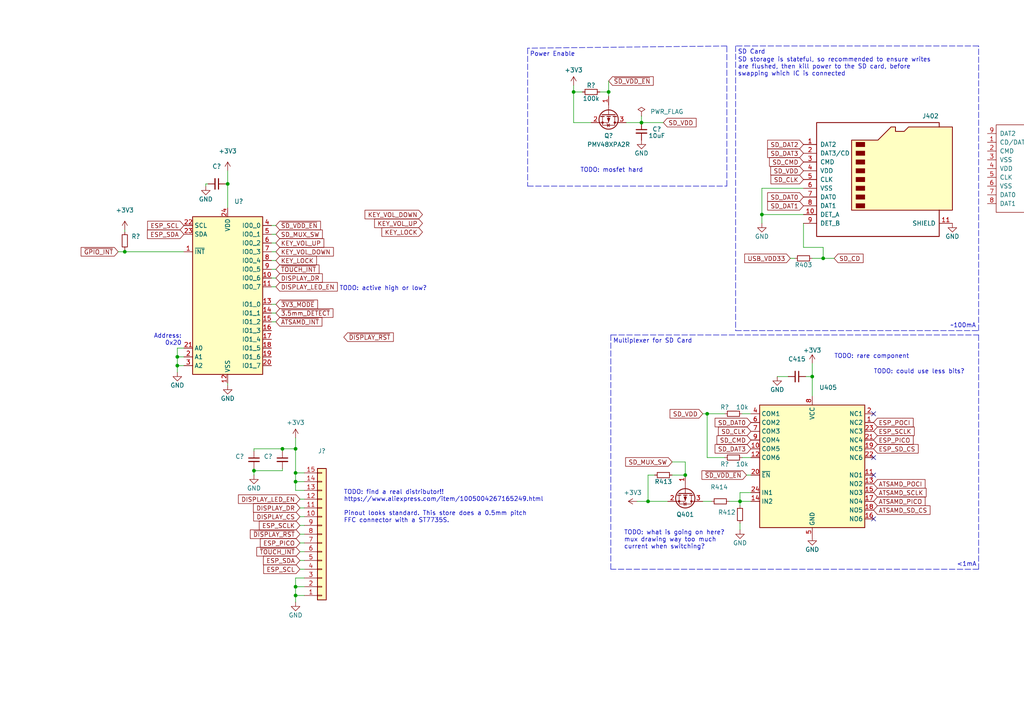
<source format=kicad_sch>
(kicad_sch (version 20211123) (generator eeschema)
  (paper "A4")
  (title_block (title "gay ipod storage + usb interface") (date "2022-09-04") (rev "1"))
  (lib_symbols
    (symbol "Analog_Switch:TS3A27518EPW"
      (property "Reference" "U" (at -13.97 19.05 0))
      (property "Value" "TS3A27518EPW" (at 8.89 19.05 0))
      (symbol "TS3A27518EPW_0_1"
        (rectangle (start 15.24 -17.78) (end -15.24 17.78) (stroke (width 0.254)) (fill (type background)))
      )
      (symbol "TS3A27518EPW_1_1"
        (pin bidirectional line (at 17.78 12.7 180) (length 2.54) (name "NC2") (number "1"))
        (pin bidirectional line (at -17.78 5.08 0) (length 2.54) (name "COM5") (number "10"))
        (pin bidirectional line (at 17.78 -2.54 180) (length 2.54) (name "NO1") (number "11"))
        (pin bidirectional line (at -17.78 2.54 0) (length 2.54) (name "COM6") (number "12"))
        (pin bidirectional line (at 17.78 -5.08 180) (length 2.54) (name "NO2") (number "13"))
        (pin input line (at -17.78 -10.16 0) (length 2.54) (name "IN2") (number "14"))
        (pin bidirectional line (at 17.78 -7.62 180) (length 2.54) (name "NO3") (number "15"))
        (pin bidirectional line (at 17.78 -15.24 180) (length 2.54) (name "NO6") (number "16"))
        (pin bidirectional line (at 17.78 -10.16 180) (length 2.54) (name "NO4") (number "17"))
        (pin bidirectional line (at 17.78 -12.7 180) (length 2.54) (name "NO5") (number "18"))
        (pin bidirectional line (at 17.78 5.08 180) (length 2.54) (name "NC5") (number "19"))
        (pin bidirectional line (at 17.78 15.24 180) (length 2.54) (name "NC1") (number "2"))
        (pin input line (at -17.78 -2.54 0) (length 2.54) (name "~{EN}") (number "20"))
        (pin bidirectional line (at 17.78 7.62 180) (length 2.54) (name "NC4") (number "21"))
        (pin bidirectional line (at 17.78 2.54 180) (length 2.54) (name "NC6") (number "22"))
        (pin bidirectional line (at 17.78 10.16 180) (length 2.54) (name "NC3") (number "23"))
        (pin input line (at -17.78 -7.62 0) (length 2.54) (name "IN1") (number "24"))
        (pin no_connect line (at -15.24 -15.24 0) (length 2.54) hide (name "N.C.") (number "3"))
        (pin bidirectional line (at -17.78 15.24 0) (length 2.54) (name "COM1") (number "4"))
        (pin power_in line (at 0 -20.32 90) (length 2.54) (name "GND") (number "5"))
        (pin bidirectional line (at -17.78 12.7 0) (length 2.54) (name "COM2") (number "6"))
        (pin bidirectional line (at -17.78 10.16 0) (length 2.54) (name "COM3") (number "7"))
        (pin power_in line (at 0 20.32 270) (length 2.54) (name "VCC") (number "8"))
        (pin bidirectional line (at -17.78 7.62 0) (length 2.54) (name "COM4") (number "9"))
      )
    )
    (symbol "Connector:Micro_SD_Card_Det_Hirose_DM3AT" (pin_names (offset 1.016))
      (property "Reference" "J" (at -16.51 17.78 0))
      (property "Value" "Micro_SD_Card_Det_Hirose_DM3AT" (at 16.51 17.78 0))
      (symbol "Micro_SD_Card_Det_Hirose_DM3AT_0_1"
        (rectangle (start -7.62 -6.985) (end -5.08 -8.255) (fill (type outline)))
        (rectangle (start -7.62 -4.445) (end -5.08 -5.715) (fill (type outline)))
        (rectangle (start -7.62 -1.905) (end -5.08 -3.175) (fill (type outline)))
        (rectangle (start -7.62 0.635) (end -5.08 -0.635) (fill (type outline)))
        (rectangle (start -7.62 3.175) (end -5.08 1.905) (fill (type outline)))
        (rectangle (start -7.62 5.715) (end -5.08 4.445) (fill (type outline)))
        (rectangle (start -7.62 8.255) (end -5.08 6.985) (fill (type outline)))
        (rectangle (start -7.62 10.795) (end -5.08 9.525) (fill (type outline)))
        (polyline (pts (xy 16.51 15.24) (xy 16.51 16.51) (xy -19.05 16.51) (xy -19.05 -16.51) (xy 16.51 -16.51) (xy 16.51 -8.89)) (stroke (width 0.254)))
        (polyline (pts (xy -8.89 -8.89) (xy -8.89 11.43) (xy -1.27 11.43) (xy 2.54 15.24) (xy 3.81 15.24) (xy 3.81 13.97) (xy 6.35 13.97) (xy 7.62 15.24) (xy 20.32 15.24) (xy 20.32 -8.89) (xy -8.89 -8.89)) (stroke (width 0.254)) (fill (type background)))
      )
      (symbol "Micro_SD_Card_Det_Hirose_DM3AT_1_1"
        (pin bidirectional line (at -22.86 10.16 0) (length 3.81) (name "DAT2") (number "1"))
        (pin passive line (at -22.86 -10.16 0) (length 3.81) (name "DET_A") (number "10"))
        (pin passive line (at 20.32 -12.7 180) (length 3.81) (name "SHIELD") (number "11"))
        (pin bidirectional line (at -22.86 7.62 0) (length 3.81) (name "DAT3/CD") (number "2"))
        (pin input line (at -22.86 5.08 0) (length 3.81) (name "CMD") (number "3"))
        (pin power_in line (at -22.86 2.54 0) (length 3.81) (name "VDD") (number "4"))
        (pin input line (at -22.86 0 0) (length 3.81) (name "CLK") (number "5"))
        (pin power_in line (at -22.86 -2.54 0) (length 3.81) (name "VSS") (number "6"))
        (pin bidirectional line (at -22.86 -5.08 0) (length 3.81) (name "DAT0") (number "7"))
        (pin bidirectional line (at -22.86 -7.62 0) (length 3.81) (name "DAT1") (number "8"))
        (pin passive line (at -22.86 -12.7 0) (length 3.81) (name "DET_B") (number "9"))
      )
    )
    (symbol "Connector:SD_Card" (pin_names (offset 1.016))
      (property "Reference" "J" (at -16.51 13.97 0))
      (property "Value" "SD_Card" (at 15.24 -13.97 0))
      (symbol "SD_Card_0_1"
        (rectangle (start -8.89 -9.525) (end -6.35 -10.795) (fill (type outline)))
        (rectangle (start -8.89 -6.985) (end -6.35 -8.255) (fill (type outline)))
        (rectangle (start -8.89 -4.445) (end -6.35 -5.715) (fill (type outline)))
        (rectangle (start -8.89 -1.905) (end -6.35 -3.175) (fill (type outline)))
        (rectangle (start -8.89 0.635) (end -6.35 -0.635) (fill (type outline)))
        (rectangle (start -8.89 3.175) (end -6.35 1.905) (fill (type outline)))
        (rectangle (start -8.89 5.715) (end -6.35 4.445) (fill (type outline)))
        (rectangle (start -8.89 8.255) (end -6.35 6.985) (fill (type outline)))
        (rectangle (start -7.62 10.795) (end -5.08 9.525) (fill (type outline)))
        (polyline (pts (xy -10.16 8.89) (xy -7.62 11.43) (xy 20.32 11.43) (xy 20.32 -11.43) (xy -10.16 -11.43) (xy -10.16 8.89)) (fill (type background)))
        (polyline (pts (xy 16.51 11.43) (xy 16.51 12.7) (xy -20.32 12.7) (xy -20.32 -12.7) (xy 16.51 -12.7) (xy 16.51 -11.43)))
      )
      (symbol "SD_Card_1_1"
        (pin input line (at -22.86 7.62 0) (length 2.54) (name "CD/DAT3") (number "1"))
        (pin input line (at 22.86 5.08 180) (length 2.54) (name "CARD_DETECT") (number "10"))
        (pin input line (at 22.86 2.54 180) (length 2.54) (name "WRITE_PROTECT") (number "11"))
        (pin input line (at 22.86 -2.54 180) (length 2.54) (name "SHELL1") (number "12"))
        (pin input line (at 22.86 -5.08 180) (length 2.54) (name "SHELL2") (number "13"))
        (pin input line (at -22.86 5.08 0) (length 2.54) (name "CMD") (number "2"))
        (pin power_in line (at -22.86 2.54 0) (length 2.54) (name "VSS") (number "3"))
        (pin power_in line (at -22.86 0 0) (length 2.54) (name "VDD") (number "4"))
        (pin input line (at -22.86 -2.54 0) (length 2.54) (name "CLK") (number "5"))
        (pin power_in line (at -22.86 -5.08 0) (length 2.54) (name "VSS") (number "6"))
        (pin input line (at -22.86 -7.62 0) (length 2.54) (name "DAT0") (number "7"))
        (pin input line (at -22.86 -10.16 0) (length 2.54) (name "DAT1") (number "8"))
        (pin input line (at -22.86 10.16 0) (length 2.54) (name "DAT2") (number "9"))
      )
    )
    (symbol "Connector_Generic:Conn_01x15" (pin_names (offset 1.016) hide)
      (property "Reference" "J" (at 0 20.32 0))
      (property "Value" "Conn_01x15" (at 0 -20.32 0))
      (symbol "Conn_01x15_1_1"
        (rectangle (start -1.27 -17.653) (end 0 -17.907) (stroke (width 0.1524)))
        (rectangle (start -1.27 -15.113) (end 0 -15.367) (stroke (width 0.1524)))
        (rectangle (start -1.27 -12.573) (end 0 -12.827) (stroke (width 0.1524)))
        (rectangle (start -1.27 -10.033) (end 0 -10.287) (stroke (width 0.1524)))
        (rectangle (start -1.27 -7.493) (end 0 -7.747) (stroke (width 0.1524)))
        (rectangle (start -1.27 -4.953) (end 0 -5.207) (stroke (width 0.1524)))
        (rectangle (start -1.27 -2.413) (end 0 -2.667) (stroke (width 0.1524)))
        (rectangle (start -1.27 0.127) (end 0 -0.127) (stroke (width 0.1524)))
        (rectangle (start -1.27 2.667) (end 0 2.413) (stroke (width 0.1524)))
        (rectangle (start -1.27 5.207) (end 0 4.953) (stroke (width 0.1524)))
        (rectangle (start -1.27 7.747) (end 0 7.493) (stroke (width 0.1524)))
        (rectangle (start -1.27 10.287) (end 0 10.033) (stroke (width 0.1524)))
        (rectangle (start -1.27 12.827) (end 0 12.573) (stroke (width 0.1524)))
        (rectangle (start -1.27 15.367) (end 0 15.113) (stroke (width 0.1524)))
        (rectangle (start -1.27 17.907) (end 0 17.653) (stroke (width 0.1524)))
        (rectangle (start -1.27 19.05) (end 1.27 -19.05) (stroke (width 0.254)) (fill (type background)))
        (pin passive line (at -5.08 17.78 0) (length 3.81) (name "Pin_1") (number "1"))
        (pin passive line (at -5.08 -5.08 0) (length 3.81) (name "Pin_10") (number "10"))
        (pin passive line (at -5.08 -7.62 0) (length 3.81) (name "Pin_11") (number "11"))
        (pin passive line (at -5.08 -10.16 0) (length 3.81) (name "Pin_12") (number "12"))
        (pin passive line (at -5.08 -12.7 0) (length 3.81) (name "Pin_13") (number "13"))
        (pin passive line (at -5.08 -15.24 0) (length 3.81) (name "Pin_14") (number "14"))
        (pin passive line (at -5.08 -17.78 0) (length 3.81) (name "Pin_15") (number "15"))
        (pin passive line (at -5.08 15.24 0) (length 3.81) (name "Pin_2") (number "2"))
        (pin passive line (at -5.08 12.7 0) (length 3.81) (name "Pin_3") (number "3"))
        (pin passive line (at -5.08 10.16 0) (length 3.81) (name "Pin_4") (number "4"))
        (pin passive line (at -5.08 7.62 0) (length 3.81) (name "Pin_5") (number "5"))
        (pin passive line (at -5.08 5.08 0) (length 3.81) (name "Pin_6") (number "6"))
        (pin passive line (at -5.08 2.54 0) (length 3.81) (name "Pin_7") (number "7"))
        (pin passive line (at -5.08 0 0) (length 3.81) (name "Pin_8") (number "8"))
        (pin passive line (at -5.08 -2.54 0) (length 3.81) (name "Pin_9") (number "9"))
      )
    )
    (symbol "Device:C_Small" (pin_numbers hide) (pin_names (offset 0.254) hide)
      (property "Reference" "C" (at 0.254 1.778 0))
      (property "Value" "C_Small" (at 0.254 -2.032 0))
      (symbol "C_Small_0_1"
        (polyline (pts (xy -1.524 -0.508) (xy 1.524 -0.508)) (stroke (width 0.3302)))
        (polyline (pts (xy -1.524 0.508) (xy 1.524 0.508)) (stroke (width 0.3048)))
      )
      (symbol "C_Small_1_1"
        (pin passive line (at 0 2.54 270) (length 2.032) (name "~") (number "1"))
        (pin passive line (at 0 -2.54 90) (length 2.032) (name "~") (number "2"))
      )
    )
    (symbol "Device:Q_PMOS_GSD" (pin_names (offset 0) hide)
      (property "Reference" "Q" (at 5.08 1.27 0))
      (property "Value" "Q_PMOS_GSD" (at 5.08 -1.27 0))
      (symbol "Q_PMOS_GSD_0_1"
        (polyline (pts (xy 0.254 0) (xy -2.54 0)))
        (polyline (pts (xy 0.254 1.905) (xy 0.254 -1.905)) (stroke (width 0.254)))
        (polyline (pts (xy 0.762 -1.27) (xy 0.762 -2.286)) (stroke (width 0.254)))
        (polyline (pts (xy 0.762 0.508) (xy 0.762 -0.508)) (stroke (width 0.254)))
        (polyline (pts (xy 0.762 2.286) (xy 0.762 1.27)) (stroke (width 0.254)))
        (polyline (pts (xy 2.54 2.54) (xy 2.54 1.778)))
        (polyline (pts (xy 2.54 -2.54) (xy 2.54 0) (xy 0.762 0)))
        (polyline (pts (xy 0.762 1.778) (xy 3.302 1.778) (xy 3.302 -1.778) (xy 0.762 -1.778)))
        (polyline (pts (xy 2.286 0) (xy 1.27 0.381) (xy 1.27 -0.381) (xy 2.286 0)) (fill (type outline)))
        (polyline (pts (xy 2.794 -0.508) (xy 2.921 -0.381) (xy 3.683 -0.381) (xy 3.81 -0.254)))
        (polyline (pts (xy 3.302 -0.381) (xy 2.921 0.254) (xy 3.683 0.254) (xy 3.302 -0.381)))
        (circle (center 1.651 0) (radius 2.794) (stroke (width 0.254)))
        (circle (center 2.54 -1.778) (radius 0.254) (fill (type outline)))
        (circle (center 2.54 1.778) (radius 0.254) (fill (type outline)))
      )
      (symbol "Q_PMOS_GSD_1_1"
        (pin input line (at -5.08 0 0) (length 2.54) (name "G") (number "1"))
        (pin passive line (at 2.54 -5.08 90) (length 2.54) (name "S") (number "2"))
        (pin passive line (at 2.54 5.08 270) (length 2.54) (name "D") (number "3"))
      )
    )
    (symbol "Device:R_Small" (pin_numbers hide) (pin_names (offset 0.254) hide)
      (property "Reference" "R" (at 0.762 0.508 0))
      (property "Value" "R_Small" (at 0.762 -1.016 0))
      (symbol "R_Small_0_1"
        (rectangle (start -0.762 1.778) (end 0.762 -1.778) (stroke (width 0.2032)))
      )
      (symbol "R_Small_1_1"
        (pin passive line (at 0 2.54 270) (length 0.762) (name "~") (number "1"))
        (pin passive line (at 0 -2.54 90) (length 0.762) (name "~") (number "2"))
      )
    )
    (symbol "Interface_Expansion:PCA9555D"
      (property "Reference" "U" (at -8.89 24.13 0))
      (property "Value" "PCA9555D" (at 6.35 24.13 0))
      (symbol "PCA9555D_0_1"
        (rectangle (start -10.16 22.86) (end 10.16 -22.86) (stroke (width 0.254)) (fill (type background)))
      )
      (symbol "PCA9555D_1_1"
        (pin open_collector line (at -12.7 12.7 0) (length 2.54) (name "~{INT}") (number "1"))
        (pin bidirectional line (at 12.7 5.08 180) (length 2.54) (name "IO0_6") (number "10"))
        (pin bidirectional line (at 12.7 2.54 180) (length 2.54) (name "IO0_7") (number "11"))
        (pin power_in line (at 0 -25.4 90) (length 2.54) (name "VSS") (number "12"))
        (pin bidirectional line (at 12.7 -2.54 180) (length 2.54) (name "IO1_0") (number "13"))
        (pin bidirectional line (at 12.7 -5.08 180) (length 2.54) (name "IO1_1") (number "14"))
        (pin bidirectional line (at 12.7 -7.62 180) (length 2.54) (name "IO1_2") (number "15"))
        (pin bidirectional line (at 12.7 -10.16 180) (length 2.54) (name "IO1_3") (number "16"))
        (pin bidirectional line (at 12.7 -12.7 180) (length 2.54) (name "IO1_4") (number "17"))
        (pin bidirectional line (at 12.7 -15.24 180) (length 2.54) (name "IO1_5") (number "18"))
        (pin bidirectional line (at 12.7 -17.78 180) (length 2.54) (name "IO1_6") (number "19"))
        (pin input line (at -12.7 -17.78 0) (length 2.54) (name "A1") (number "2"))
        (pin bidirectional line (at 12.7 -20.32 180) (length 2.54) (name "IO1_7") (number "20"))
        (pin input line (at -12.7 -15.24 0) (length 2.54) (name "A0") (number "21"))
        (pin input line (at -12.7 20.32 0) (length 2.54) (name "SCL") (number "22"))
        (pin bidirectional line (at -12.7 17.78 0) (length 2.54) (name "SDA") (number "23"))
        (pin power_in line (at 0 25.4 270) (length 2.54) (name "VDD") (number "24"))
        (pin input line (at -12.7 -20.32 0) (length 2.54) (name "A2") (number "3"))
        (pin bidirectional line (at 12.7 20.32 180) (length 2.54) (name "IO0_0") (number "4"))
        (pin bidirectional line (at 12.7 17.78 180) (length 2.54) (name "IO0_1") (number "5"))
        (pin bidirectional line (at 12.7 15.24 180) (length 2.54) (name "IO0_2") (number "6"))
        (pin bidirectional line (at 12.7 12.7 180) (length 2.54) (name "IO0_3") (number "7"))
        (pin bidirectional line (at 12.7 10.16 180) (length 2.54) (name "IO0_4") (number "8"))
        (pin bidirectional line (at 12.7 7.62 180) (length 2.54) (name "IO0_5") (number "9"))
      )
    )
    (symbol "power:+3V3" (power) (pin_names (offset 0))
      (property "Value" "+3V3" (at 0 3.556 0))
      (symbol "+3V3_0_1"
        (polyline (pts (xy -0.762 1.27) (xy 0 2.54)))
        (polyline (pts (xy 0 0) (xy 0 2.54)))
        (polyline (pts (xy 0 2.54) (xy 0.762 1.27)))
      )
      (symbol "+3V3_1_1"
        (pin power_in line (at 0 0 90) (length 0) hide (name "+3V3") (number "1"))
      )
    )
    (symbol "power:GND" (power) (pin_names (offset 0))
      (property "Value" "GND" (at 0 -3.81 0))
      (symbol "GND_0_1"
        (polyline (pts (xy 0 0) (xy 0 -1.27) (xy 1.27 -1.27) (xy 0 -2.54) (xy -1.27 -1.27) (xy 0 -1.27)))
      )
      (symbol "GND_1_1"
        (pin power_in line (at 0 0 270) (length 0) hide (name "GND") (number "1"))
      )
    )
    (symbol "power:PWR_FLAG" (power) (pin_numbers hide) (pin_names (offset 0) hide)
      (property "Value" "PWR_FLAG" (at 0 3.81 0))
      (symbol "PWR_FLAG_0_0"
        (pin power_out line (at 0 0 90) (length 0) (name "pwr") (number "1"))
      )
      (symbol "PWR_FLAG_0_1"
        (polyline (pts (xy 0 0) (xy 0 1.27) (xy -1.016 1.905) (xy 0 2.54) (xy 1.016 1.905) (xy 0 1.27)))
      )
    )
  )
  (junction (at 187.96 145.415))
  (junction (at 51.435 106.045))
  (junction (at 36.195 73.025))
  (junction (at 85.725 139.7))
  (junction (at 214.63 145.415))
  (junction (at 198.755 137.795))
  (junction (at 81.915 130.175))
  (junction (at 235.585 109.22))
  (junction (at 85.725 170.18))
  (junction (at 220.98 62.23))
  (junction (at 85.725 172.72))
  (junction (at 85.725 137.16))
  (junction (at 166.37 26.67))
  (junction (at 66.04 53.34))
  (junction (at 51.435 103.505))
  (junction (at 186.055 35.56))
  (junction (at 205.105 120.015))
  (junction (at 176.53 26.67))
  (junction (at 73.66 136.525))
  (junction (at 85.725 130.175))
  (junction (at 238.76 74.93))
  (no_connect (at 253.365 150.495))
  (no_connect (at 253.365 132.715))
  (no_connect (at 253.365 137.795))
  (no_connect (at 253.365 120.015))
  (wire (pts (xy 51.435 103.505) (xy 51.435 106.045)))
  (wire (pts (xy 51.435 106.045) (xy 51.435 107.95)))
  (wire (pts (xy 86.995 149.86) (xy 88.265 149.86)))
  (wire (pts (xy 80.01 78.105) (xy 78.74 78.105)))
  (wire (pts (xy 229.235 74.93) (xy 230.505 74.93)))
  (wire (pts (xy 73.66 130.175) (xy 81.915 130.175)))
  (wire (pts (xy 238.76 71.755) (xy 238.76 74.93)))
  (wire (pts (xy 210.185 132.715) (xy 205.105 132.715)))
  (wire (pts (xy 233.68 109.22) (xy 235.585 109.22)))
  (wire (pts (xy 216.535 137.795) (xy 217.805 137.795)))
  (wire (pts (xy 85.725 172.72) (xy 88.265 172.72)))
  (wire (pts (xy 187.96 145.415) (xy 193.675 145.415)))
  (wire (pts (xy 225.425 109.22) (xy 228.6 109.22)))
  (wire (pts (xy 66.04 49.53) (xy 66.04 53.34)))
  (wire (pts (xy 176.53 23.495) (xy 176.53 26.67)))
  (wire (pts (xy 215.265 120.015) (xy 217.805 120.015)))
  (wire (pts (xy 36.195 73.025) (xy 53.34 73.025)))
  (wire (pts (xy 186.055 35.56) (xy 192.405 35.56)))
  (wire (pts (xy 86.995 147.32) (xy 88.265 147.32)))
  (polyline (pts (xy 177.165 165.1) (xy 177.165 97.155)))
  (wire (pts (xy 194.945 133.985) (xy 198.755 133.985)))
  (wire (pts (xy 66.04 111.76) (xy 66.04 111.125)))
  (wire (pts (xy 203.835 145.415) (xy 206.375 145.415)))
  (wire (pts (xy 235.585 105.41) (xy 235.585 109.22)))
  (wire (pts (xy 233.045 71.755) (xy 238.76 71.755)))
  (wire (pts (xy 215.265 132.715) (xy 217.805 132.715)))
  (wire (pts (xy 86.995 157.48) (xy 88.265 157.48)))
  (wire (pts (xy 181.61 35.56) (xy 186.055 35.56)))
  (wire (pts (xy 173.99 26.67) (xy 176.53 26.67)))
  (wire (pts (xy 220.98 62.23) (xy 220.98 64.77)))
  (wire (pts (xy 81.915 130.175) (xy 81.915 130.81)))
  (wire (pts (xy 85.725 174.625) (xy 85.725 172.72)))
  (wire (pts (xy 86.995 152.4) (xy 88.265 152.4)))
  (wire (pts (xy 85.725 170.18) (xy 85.725 172.72)))
  (wire (pts (xy 81.915 136.525) (xy 73.66 136.525)))
  (polyline (pts (xy 210.82 13.335) (xy 153.035 13.97)))
  (wire (pts (xy 198.755 133.985) (xy 198.755 137.795)))
  (wire (pts (xy 233.045 64.77) (xy 233.045 71.755)))
  (wire (pts (xy 80.01 80.645) (xy 78.74 80.645)))
  (wire (pts (xy 53.34 103.505) (xy 51.435 103.505)))
  (wire (pts (xy 53.34 100.965) (xy 51.435 100.965)))
  (wire (pts (xy 65.405 53.34) (xy 66.04 53.34)))
  (wire (pts (xy 81.915 135.89) (xy 81.915 136.525)))
  (wire (pts (xy 86.995 154.94) (xy 88.265 154.94)))
  (wire (pts (xy 80.01 67.945) (xy 78.74 67.945)))
  (wire (pts (xy 187.96 137.795) (xy 189.865 137.795)))
  (wire (pts (xy 194.945 137.795) (xy 198.755 137.795)))
  (wire (pts (xy 233.045 54.61) (xy 220.98 54.61)))
  (wire (pts (xy 73.66 137.795) (xy 73.66 136.525)))
  (wire (pts (xy 60.325 53.34) (xy 59.69 53.34)))
  (wire (pts (xy 166.37 35.56) (xy 171.45 35.56)))
  (wire (pts (xy 80.01 83.185) (xy 78.74 83.185)))
  (wire (pts (xy 80.01 90.805) (xy 78.74 90.805)))
  (wire (pts (xy 85.725 137.16) (xy 88.265 137.16)))
  (wire (pts (xy 86.995 160.02) (xy 88.265 160.02)))
  (wire (pts (xy 205.105 132.715) (xy 205.105 120.015)))
  (wire (pts (xy 86.995 165.1) (xy 88.265 165.1)))
  (wire (pts (xy 36.195 66.675) (xy 36.195 67.31)))
  (wire (pts (xy 187.96 145.415) (xy 187.96 137.795)))
  (wire (pts (xy 166.37 24.765) (xy 166.37 26.67)))
  (wire (pts (xy 80.01 73.025) (xy 78.74 73.025)))
  (wire (pts (xy 73.66 130.81) (xy 73.66 130.175)))
  (wire (pts (xy 203.835 120.015) (xy 205.105 120.015)))
  (wire (pts (xy 59.69 53.34) (xy 59.69 53.975)))
  (polyline (pts (xy 213.36 13.335) (xy 213.36 95.885)))
  (wire (pts (xy 214.63 145.415) (xy 217.805 145.415)))
  (polyline (pts (xy 283.845 97.155) (xy 283.845 165.1)))
  (wire (pts (xy 36.195 72.39) (xy 36.195 73.025)))
  (wire (pts (xy 214.63 151.765) (xy 214.63 153.67)))
  (wire (pts (xy 34.29 73.025) (xy 36.195 73.025)))
  (wire (pts (xy 214.63 142.875) (xy 217.805 142.875)))
  (wire (pts (xy 184.785 145.415) (xy 187.96 145.415)))
  (wire (pts (xy 235.585 109.22) (xy 235.585 114.935)))
  (polyline (pts (xy 153.035 13.97) (xy 153.035 53.975)))
  (wire (pts (xy 220.98 62.23) (xy 233.045 62.23)))
  (wire (pts (xy 85.725 142.24) (xy 85.725 139.7)))
  (wire (pts (xy 73.66 136.525) (xy 73.66 135.89)))
  (polyline (pts (xy 153.035 53.975) (xy 210.82 53.975)))
  (wire (pts (xy 88.265 139.7) (xy 85.725 139.7)))
  (wire (pts (xy 186.055 33.655) (xy 186.055 35.56)))
  (wire (pts (xy 86.995 162.56) (xy 88.265 162.56)))
  (polyline (pts (xy 210.82 53.975) (xy 210.82 13.335)))
  (wire (pts (xy 66.04 53.34) (xy 66.04 60.325)))
  (wire (pts (xy 176.53 26.67) (xy 176.53 27.94)))
  (polyline (pts (xy 283.845 13.335) (xy 213.36 13.335)))
  (wire (pts (xy 86.995 144.78) (xy 88.265 144.78)))
  (wire (pts (xy 85.725 130.175) (xy 81.915 130.175)))
  (wire (pts (xy 220.98 54.61) (xy 220.98 62.23)))
  (wire (pts (xy 211.455 145.415) (xy 214.63 145.415)))
  (wire (pts (xy 85.725 127) (xy 85.725 130.175)))
  (wire (pts (xy 88.265 142.24) (xy 85.725 142.24)))
  (wire (pts (xy 85.725 167.64) (xy 85.725 170.18)))
  (wire (pts (xy 166.37 26.67) (xy 166.37 35.56)))
  (polyline (pts (xy 213.36 95.885) (xy 283.845 95.885)))
  (polyline (pts (xy 283.845 95.885) (xy 283.845 13.335)))
  (wire (pts (xy 214.63 142.875) (xy 214.63 145.415)))
  (polyline (pts (xy 283.845 165.1) (xy 177.165 165.1)))
  (wire (pts (xy 85.725 139.7) (xy 85.725 137.16)))
  (wire (pts (xy 53.34 106.045) (xy 51.435 106.045)))
  (wire (pts (xy 80.01 70.485) (xy 78.74 70.485)))
  (wire (pts (xy 166.37 26.67) (xy 168.91 26.67)))
  (wire (pts (xy 51.435 100.965) (xy 51.435 103.505)))
  (wire (pts (xy 80.01 88.265) (xy 78.74 88.265)))
  (wire (pts (xy 85.725 130.175) (xy 85.725 137.16)))
  (polyline (pts (xy 177.165 97.155) (xy 283.845 97.155)))
  (wire (pts (xy 80.01 93.345) (xy 78.74 93.345)))
  (wire (pts (xy 238.76 74.93) (xy 241.935 74.93)))
  (wire (pts (xy 80.01 75.565) (xy 78.74 75.565)))
  (wire (pts (xy 88.265 170.18) (xy 85.725 170.18)))
  (wire (pts (xy 88.265 167.64) (xy 85.725 167.64)))
  (wire (pts (xy 235.585 74.93) (xy 238.76 74.93)))
  (wire (pts (xy 80.01 65.405) (xy 78.74 65.405)))
  (wire (pts (xy 205.105 120.015) (xy 210.185 120.015)))
  (wire (pts (xy 214.63 145.415) (xy 214.63 146.685)))
  (text "<1mA" (at 277.495 164.465 0) (effects (font (size 1.27 1.27)) (justify left bottom)))
  (text "TODO: mosfet hard" (at 168.275 50.165 0) (effects (font (size 1.27 1.27)) (justify left bottom)))
  (text "~100mA" (at 275.59 95.25 0) (effects (font (size 1.27 1.27)) (justify left bottom)))
  (text "Multiplexer for SD Card" (at 177.8 99.695 0) (effects (font (size 1.27 1.27)) (justify left bottom)))
  (text "TODO: rare component" (at 241.935 104.14 0) (effects (font (size 1.27 1.27)) (justify left bottom)))
  (text "SD storage is stateful, so recommended to ensure writes\nare flushed, then kill power to the SD card, before\nswapping which IC is connected" (at 213.995 22.225 0) (effects (font (size 1.27 1.27)) (justify left bottom)))
  (text "TODO: find a real distributor!!\nhttps://www.aliexpress.com/item/1005004267165249.html\n\nPinout looks standard. This store does a 0.5mm pitch\nFFC connector with a ST7735S." (at 99.695 151.765 0) (effects (font (size 1.27 1.27)) (justify left bottom)))
  (text "SD Card" (at 213.995 15.875 0) (effects (font (size 1.27 1.27)) (justify left bottom)))
  (text "TODO: active high or low?" (at 98.425 84.455 0) (effects (font (size 1.27 1.27)) (justify left bottom)))
  (text "TODO: could use less bits?" (at 253.365 108.585 0) (effects (font (size 1.27 1.27)) (justify left bottom)))
  (text "TODO: what is going on here?\nmux drawing way too much\ncurrent when switching?" (at 180.975 159.385 0) (effects (font (size 1.27 1.27)) (justify left bottom)))
  (text "Power Enable" (at 153.67 16.51 0) (effects (font (size 1.27 1.27)) (justify left bottom)))
  (text "Address:\n0x20" (at 52.705 100.33 180) (effects (font (size 1.27 1.27)) (justify right bottom)))
  (global_label "SD_DAT0" (shape input) (at 217.805 122.555 180) (property "Intersheet References" "${INTERSHEET_REFS}" (effects hide)))
  (global_label "ESP_POCI" (shape input) (at 253.365 122.555 0) (property "Intersheet References" "${INTERSHEET_REFS}" (effects hide)))
  (global_label "ATSAMD_POCI" (shape input) (at 253.365 140.335 0) (property "Intersheet References" "${INTERSHEET_REFS}" (effects hide)))
  (global_label "DISPLAY_LED_EN" (shape input) (at 86.995 144.78 180) (property "Intersheet References" "${INTERSHEET_REFS}" (effects hide)))
  (global_label "~{ATSAMD_INT}" (shape input) (at 80.01 93.345 0) (property "Intersheet References" "${INTERSHEET_REFS}" (effects hide)))
  (global_label "ATSAMD_SD_CS" (shape input) (at 253.365 147.955 0) (property "Intersheet References" "${INTERSHEET_REFS}" (effects hide)))
  (global_label "ESP_SD_CS" (shape input) (at 253.365 130.175 0) (property "Intersheet References" "${INTERSHEET_REFS}" (effects hide)))
  (global_label "KEY_LOCK" (shape input) (at 122.555 67.31 180) (property "Intersheet References" "${INTERSHEET_REFS}" (effects hide)))
  (global_label "~{3.5mm_DETECT}" (shape input) (at 80.01 90.805 0) (property "Intersheet References" "${INTERSHEET_REFS}" (effects hide)))
  (global_label "SD_VDD" (shape input) (at 192.405 35.56 0) (property "Intersheet References" "${INTERSHEET_REFS}" (effects hide)))
  (global_label "DISPLAY_CS" (shape input) (at 86.995 149.86 180) (property "Intersheet References" "${INTERSHEET_REFS}" (effects hide)))
  (global_label "~{TOUCH_INT}" (shape input) (at 80.01 78.105 0) (property "Intersheet References" "${INTERSHEET_REFS}" (effects hide)))
  (global_label "ESP_PICO" (shape input) (at 86.995 157.48 180) (property "Intersheet References" "${INTERSHEET_REFS}" (effects hide)))
  (global_label "KEY_LOCK" (shape input) (at 80.01 75.565 0) (property "Intersheet References" "${INTERSHEET_REFS}" (effects hide)))
  (global_label "ESP_SDA" (shape input) (at 86.995 162.56 180) (property "Intersheet References" "${INTERSHEET_REFS}" (effects hide)))
  (global_label "SD_CMD" (shape input) (at 217.805 127.635 180) (property "Intersheet References" "${INTERSHEET_REFS}" (effects hide)))
  (global_label "SD_VDD" (shape input) (at 203.835 120.015 180) (property "Intersheet References" "${INTERSHEET_REFS}" (effects hide)))
  (global_label "SD_DAT2" (shape input) (at 233.045 41.91 180) (property "Intersheet References" "${INTERSHEET_REFS}" (effects hide)))
  (global_label "ATSAMD_PICO" (shape input) (at 253.365 145.415 0) (property "Intersheet References" "${INTERSHEET_REFS}" (effects hide)))
  (global_label "SD_DAT3" (shape input) (at 233.045 44.45 180) (property "Intersheet References" "${INTERSHEET_REFS}" (effects hide)))
  (global_label "~{DISPLAY_RST}" (shape input) (at 99.695 97.79 0) (property "Intersheet References" "${INTERSHEET_REFS}" (effects hide)))
  (global_label "SD_VDD" (shape input) (at 233.045 49.53 180) (property "Intersheet References" "${INTERSHEET_REFS}" (effects hide)))
  (global_label "ESP_SCL" (shape input) (at 86.995 165.1 180) (property "Intersheet References" "${INTERSHEET_REFS}" (effects hide)))
  (global_label "SD_DAT0" (shape input) (at 233.045 57.15 180) (property "Intersheet References" "${INTERSHEET_REFS}" (effects hide)))
  (global_label "ATSAMD_SCLK" (shape input) (at 253.365 142.875 0) (property "Intersheet References" "${INTERSHEET_REFS}" (effects hide)))
  (global_label "SD_DAT3" (shape input) (at 217.805 130.175 180) (property "Intersheet References" "${INTERSHEET_REFS}" (effects hide)))
  (global_label "~{SD_VDD_EN}" (shape input) (at 176.53 23.495 0) (property "Intersheet References" "${INTERSHEET_REFS}" (effects hide)))
  (global_label "DISPLAY_DR" (shape input) (at 80.01 80.645 0) (property "Intersheet References" "${INTERSHEET_REFS}" (effects hide)))
  (global_label "~{TOUCH_INT}" (shape input) (at 86.995 160.02 180) (property "Intersheet References" "${INTERSHEET_REFS}" (effects hide)))
  (global_label "SD_DAT1" (shape input) (at 233.045 59.69 180) (property "Intersheet References" "${INTERSHEET_REFS}" (effects hide)))
  (global_label "ESP_SCLK" (shape input) (at 86.995 152.4 180) (property "Intersheet References" "${INTERSHEET_REFS}" (effects hide)))
  (global_label "DISPLAY_LED_EN" (shape input) (at 80.01 83.185 0) (property "Intersheet References" "${INTERSHEET_REFS}" (effects hide)))
  (global_label "~{SD_VDD_EN}" (shape input) (at 80.01 65.405 0) (property "Intersheet References" "${INTERSHEET_REFS}" (effects hide)))
  (global_label "~{DISPLAY_RST}" (shape input) (at 86.995 154.94 180) (property "Intersheet References" "${INTERSHEET_REFS}" (effects hide)))
  (global_label "ESP_PICO" (shape input) (at 253.365 127.635 0) (property "Intersheet References" "${INTERSHEET_REFS}" (effects hide)))
  (global_label "SD_MUX_SW" (shape input) (at 80.01 67.945 0) (property "Intersheet References" "${INTERSHEET_REFS}" (effects hide)))
  (global_label "SD_CMD" (shape input) (at 233.045 46.99 180) (property "Intersheet References" "${INTERSHEET_REFS}" (effects hide)))
  (global_label "SD_CLK" (shape input) (at 217.805 125.095 180) (property "Intersheet References" "${INTERSHEET_REFS}" (effects hide)))
  (global_label "KEY_VOL_UP" (shape input) (at 80.01 70.485 0) (property "Intersheet References" "${INTERSHEET_REFS}" (effects hide)))
  (global_label "SD_MUX_SW" (shape input) (at 194.945 133.985 180) (property "Intersheet References" "${INTERSHEET_REFS}" (effects hide)))
  (global_label "ESP_SDA" (shape input) (at 53.34 67.945 180) (property "Intersheet References" "${INTERSHEET_REFS}" (effects hide)))
  (global_label "KEY_VOL_DOWN" (shape input) (at 80.01 73.025 0) (property "Intersheet References" "${INTERSHEET_REFS}" (effects hide)))
  (global_label "USB_VDD33" (shape input) (at 229.235 74.93 180) (property "Intersheet References" "${INTERSHEET_REFS}" (effects hide)))
  (global_label "DISPLAY_DR" (shape input) (at 86.995 147.32 180) (property "Intersheet References" "${INTERSHEET_REFS}" (effects hide)))
  (global_label "ESP_SCL" (shape input) (at 53.34 65.405 180) (property "Intersheet References" "${INTERSHEET_REFS}" (effects hide)))
  (global_label "~{GPIO_INT}" (shape input) (at 34.29 73.025 180) (property "Intersheet References" "${INTERSHEET_REFS}" (effects hide)))
  (global_label "SD_CLK" (shape input) (at 233.045 52.07 180) (property "Intersheet References" "${INTERSHEET_REFS}" (effects hide)))
  (global_label "KEY_VOL_DOWN" (shape input) (at 122.555 62.23 180) (property "Intersheet References" "${INTERSHEET_REFS}" (effects hide)))
  (global_label "SD_CD" (shape input) (at 241.935 74.93 0) (property "Intersheet References" "${INTERSHEET_REFS}" (effects hide)))
  (global_label "~{3V3_MODE}" (shape input) (at 80.01 88.265 0) (property "Intersheet References" "${INTERSHEET_REFS}" (effects hide)))
  (global_label "KEY_VOL_UP" (shape input) (at 122.555 64.77 180) (property "Intersheet References" "${INTERSHEET_REFS}" (effects hide)))
  (global_label "ESP_SCLK" (shape input) (at 253.365 125.095 0) (property "Intersheet References" "${INTERSHEET_REFS}" (effects hide)))
  (global_label "~{SD_VDD_EN}" (shape input) (at 216.535 137.795 180) (property "Intersheet References" "${INTERSHEET_REFS}" (effects hide)))
  (symbol (lib_id "Device:R_Small") (at 212.725 132.715 270) (unit 1)
    (property "Reference" "R?" (at 210.185 134.62 90))
    (property "Value" "10k" (at 215.265 134.62 90))
    (property "Footprint" "Resistor_SMD:R_0603_1608Metric" (effects hide))
    (property "PN" "AC0603JR-0710KL" (effects hide))
  )
  (symbol (lib_id "Interface_Expansion:PCA9555D") (at 66.04 85.725 0) (unit 1)
    (property "Reference" "U?" (at 67.945 58.42 0) (effects (justify left)))
    (property "Datasheet" "https://www.nxp.com/docs/en/data-sheet/PCA9555.pdf" (effects hide))
    (property "PN" "PCA8575" (effects hide))
  )
  (symbol (lib_id "Device:R_Small") (at 208.915 145.415 270) (mirror x) (unit 1)
    (property "Reference" "R414" (at 208.5975 141.2875 90))
    (property "PN" "AC0603JR-0710KL" (effects hide))
  )
  (symbol (lib_id "Analog_Switch:TS3A27518EPW") (at 235.585 135.255 0) (unit 1)
    (property "Reference" "U405" (at 237.6044 112.395 0) (effects (justify left)))
    (property "Datasheet" "http://www.ti.com/lit/ds/symlink/ts3a27518e.pdf" (effects hide))
    (property "PN" "TS3A27518EPW" (effects hide))
  )
  (symbol (lib_id "Device:C_Small") (at 231.14 109.22 270) (unit 1)
    (property "Reference" "C415" (at 231.14 104.14 90))
    (property "PN" "0805YD104KAT2A" (effects hide))
  )
  (symbol (lib_id "power:GND") (at 59.69 53.975 0) (unit 1)
    (property "Reference" "#PWR?" (effects hide))
  )
  (symbol (lib_id "Device:C_Small") (at 62.865 53.34 270) (unit 1)
    (property "Reference" "C?" (at 62.865 48.26 90))
    (property "PN" "EMK212BJ105KG-T" (effects hide))
  )
  (symbol (lib_id "power:GND") (at 186.055 40.64 0) (unit 1)
    (property "Reference" "#PWR?" (effects hide))
    (property "Value" "GND" (at 186.055 44.45 0))
  )
  (symbol (lib_id "Connector_Generic:Conn_01x15") (at 93.345 154.94 0) (mirror x) (unit 1)
    (property "Reference" "J?" (at 93.345 130.81 0))
  )
  (symbol (lib_id "power:GND") (at 214.63 153.67 0) (unit 1)
    (property "Reference" "#PWR?" (effects hide))
  )
  (symbol (lib_id "power:GND") (at 225.425 109.22 0) (unit 1)
    (property "Reference" "#PWR?" (effects hide))
  )
  (symbol (lib_id "power:PWR_FLAG") (at 186.055 33.655 0) (unit 1)
    (property "Reference" "#FLG?" (effects hide))
    (property "Value" "PWR_FLAG" (at 188.595 32.3849 0) (effects (justify left)))
  )
  (symbol (lib_id "power:GND") (at 73.66 137.795 0) (unit 1)
    (property "Reference" "#PWR?" (effects hide))
  )
  (symbol (lib_id "Device:R_Small") (at 192.405 137.795 90) (unit 1)
    (property "Reference" "R413" (at 192.405 139.7 90))
    (property "PN" "RC0603JR-10100KL" (effects hide))
  )
  (symbol (lib_id "Device:C_Small") (at 81.915 133.35 0) (unit 1)
    (property "Reference" "C?" (at 77.7875 132.3975 0))
    (property "PN" "EMK212BJ105KG-T" (effects hide))
  )
  (symbol (lib_id "Device:R_Small") (at 233.045 74.93 90) (unit 1)
    (property "Reference" "R403" (at 233.045 76.835 90))
    (property "PN" "RC0603JR-10100KL" (effects hide))
  )
  (symbol (lib_id "Device:Q_PMOS_GSD") (at 198.755 142.875 270) (unit 1)
    (property "Reference" "Q401" (at 198.755 149.225 90))
    (property "PN" "PMV48XPA2R" (effects hide))
  )
  (symbol (lib_id "power:GND") (at 276.225 64.77 0) (unit 1)
    (property "Reference" "#PWR?" (effects hide))
  )
  (symbol (lib_id "power:+3V3") (at 85.725 127 0) (unit 1)
    (property "Reference" "#PWR?" (effects hide))
  )
  (symbol (lib_id "Device:R_Small") (at 171.45 26.67 270) (unit 1)
    (property "Reference" "R?" (at 171.45 24.765 90))
    (property "Value" "100k" (at 171.45 28.575 90))
    (property "Footprint" "Resistor_SMD:R_0603_1608Metric" (effects hide))
    (property "PN" "RC0603JR-10100KL" (effects hide))
  )
  (symbol (lib_id "power:+3V3") (at 166.37 24.765 0) (unit 1)
    (property "Reference" "#PWR?" (effects hide))
    (property "Value" "+3V3" (at 166.37 20.32 0))
  )
  (symbol (lib_id "power:+3V3") (at 184.785 145.415 90) (unit 1)
    (property "Reference" "#PWR?" (effects hide))
  )
  (symbol (lib_id "power:GND") (at 85.725 174.625 0) (unit 1)
    (property "Reference" "#PWR?" (effects hide))
  )
  (symbol (lib_id "Device:R_Small") (at 36.195 69.85 0) (unit 1)
    (property "Reference" "R?" (at 38.1 68.58 0) (effects (justify left)))
  )
  (symbol (lib_id "Device:R_Small") (at 214.63 149.225 0) (unit 1)
    (property "Reference" "R412" (at 210.82 148.59 0))
    (property "PN" "RC0603JR-10100KL" (effects hide))
  )
  (symbol (lib_id "power:GND") (at 66.04 111.76 0) (unit 1)
    (property "Reference" "#PWR?" (effects hide))
  )
  (symbol (lib_id "Connector:SD_Card") (at 309.245 48.895 0) (unit 1)
    (property "Reference" "J?" (at 309.245 30.48 0))
    (property "Datasheet" "http://portal.fciconnect.com/Comergent//fci/drawing/10067847.pdf" (effects hide))
  )
  (symbol (lib_id "Device:Q_PMOS_GSD") (at 176.53 33.02 270) (unit 1)
    (property "Reference" "Q?" (at 176.53 39.37 90))
    (property "Value" "PMV48XPA2R" (at 176.53 41.91 90))
    (property "Footprint" "Package_TO_SOT_SMD:SOT-23" (effects hide))
    (property "PN" "PMV48XPA2R" (effects hide))
  )
  (symbol (lib_id "Connector:Micro_SD_Card_Det_Hirose_DM3AT") (at 255.905 52.07 0) (unit 1)
    (property "Reference" "J402" (at 269.875 33.655 0))
    (property "Datasheet" "https://www.hirose.com/product/en/download_file/key_name/DM3/category/Catalog/doc_file_id/49662/?file_category_id=4&item_id=195&is_series=1" (effects hide))
    (property "PN" "DM3AT-SF-PEJM5" (effects hide))
  )
  (symbol (lib_id "power:+3V3") (at 235.585 105.41 0) (unit 1)
    (property "Reference" "#PWR?" (effects hide))
  )
  (symbol (lib_id "power:+3V3") (at 66.04 49.53 0) (unit 1)
    (property "Reference" "#PWR?" (effects hide))
  )
  (symbol (lib_id "Device:C_Small") (at 73.66 133.35 0) (unit 1)
    (property "Reference" "C?" (at 69.5325 132.3975 0))
    (property "PN" "EMK212ABJ106KG-T" (effects hide))
  )
  (symbol (lib_id "Device:R_Small") (at 212.725 120.015 270) (mirror x) (unit 1)
    (property "Reference" "R?" (at 210.185 118.11 90))
    (property "Value" "10k" (at 215.265 118.11 90))
    (property "Footprint" "Resistor_SMD:R_0603_1608Metric" (effects hide))
    (property "PN" "AC0603JR-0710KL" (effects hide))
  )
  (symbol (lib_id "power:+3V3") (at 36.195 66.675 0) (unit 1)
    (property "Reference" "#PWR?" (effects hide))
  )
  (symbol (lib_id "power:GND") (at 235.585 155.575 0) (unit 1)
    (property "Reference" "#PWR?" (effects hide))
  )
  (symbol (lib_id "power:GND") (at 220.98 64.77 0) (unit 1)
    (property "Reference" "#PWR?" (effects hide))
  )
  (symbol (lib_id "power:GND") (at 51.435 107.95 0) (unit 1)
    (property "Reference" "#PWR?" (effects hide))
  )
  (symbol (lib_id "Device:C_Small") (at 186.055 38.1 0) (unit 1)
    (property "Reference" "C?" (at 190.5 37.465 0))
    (property "Value" "10uF" (at 190.5 39.37 0))
    (property "Footprint" "Capacitor_SMD:C_0805_2012Metric" (effects hide))
    (property "PN" "EMK212ABJ106KG-T" (effects hide))
  )
)
</source>
